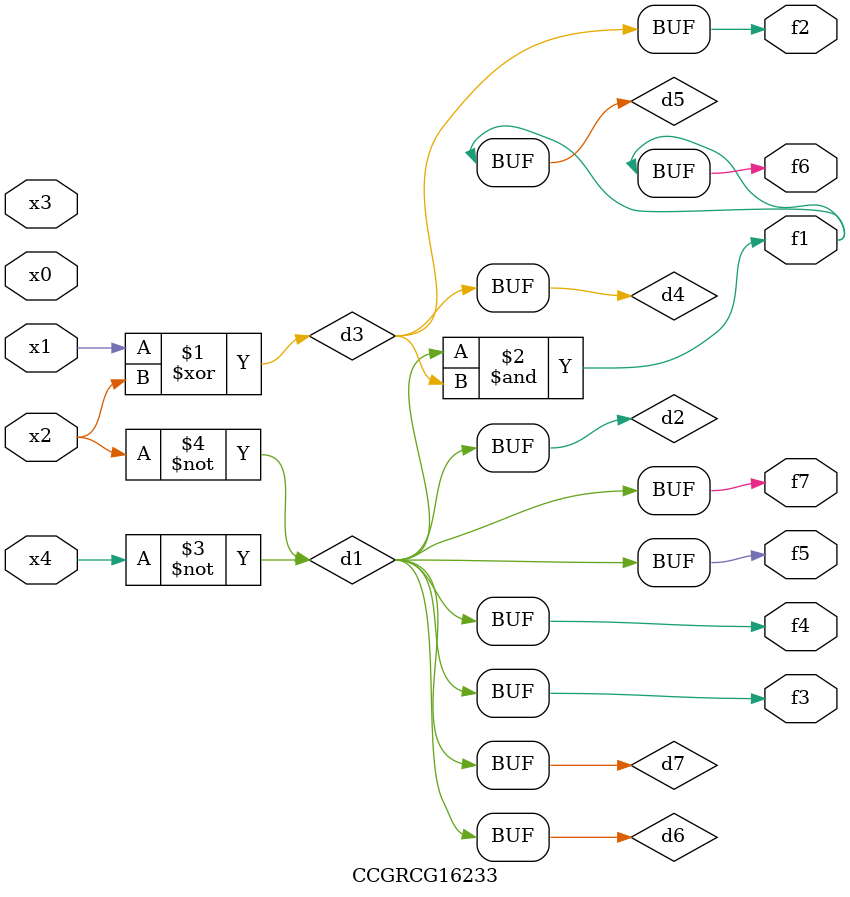
<source format=v>
module CCGRCG16233(
	input x0, x1, x2, x3, x4,
	output f1, f2, f3, f4, f5, f6, f7
);

	wire d1, d2, d3, d4, d5, d6, d7;

	not (d1, x4);
	not (d2, x2);
	xor (d3, x1, x2);
	buf (d4, d3);
	and (d5, d1, d3);
	buf (d6, d1, d2);
	buf (d7, d2);
	assign f1 = d5;
	assign f2 = d4;
	assign f3 = d7;
	assign f4 = d7;
	assign f5 = d7;
	assign f6 = d5;
	assign f7 = d7;
endmodule

</source>
